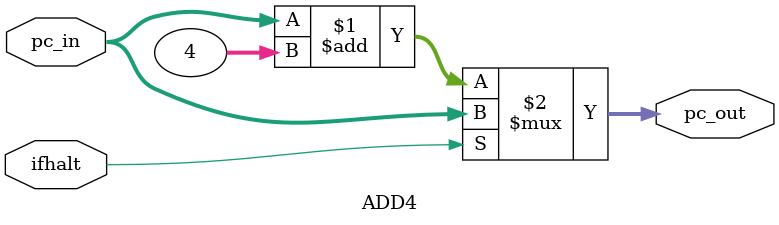
<source format=v>
`timescale 1ns / 1ps


module ADD4(input wire [31:0] pc_in,    // 当前PC值
            input wire ifhalt,                // 是否停机
            output wire [31:0] pc_out); // 下一个PC值

            assign pc_out = ifhalt ? pc_in : pc_in + 4;
endmodule

</source>
